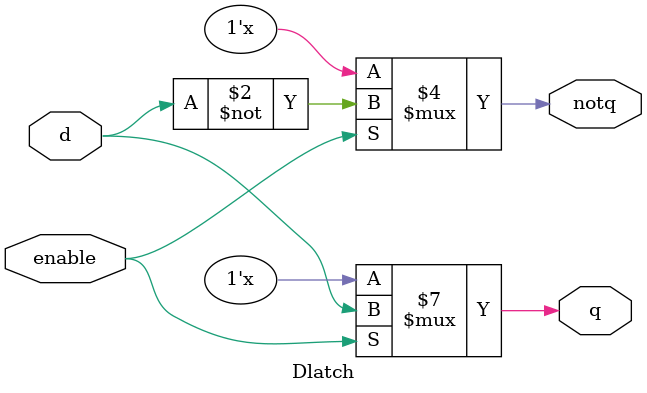
<source format=v>
module Dlatch(
  input d,
  input enable,
  output reg q,
  output reg notq
);
  

  
  always @(*)
    begin
      if (enable)
        begin
          q=d;
          notq=~d;
        end
    end
  
endmodule

</source>
